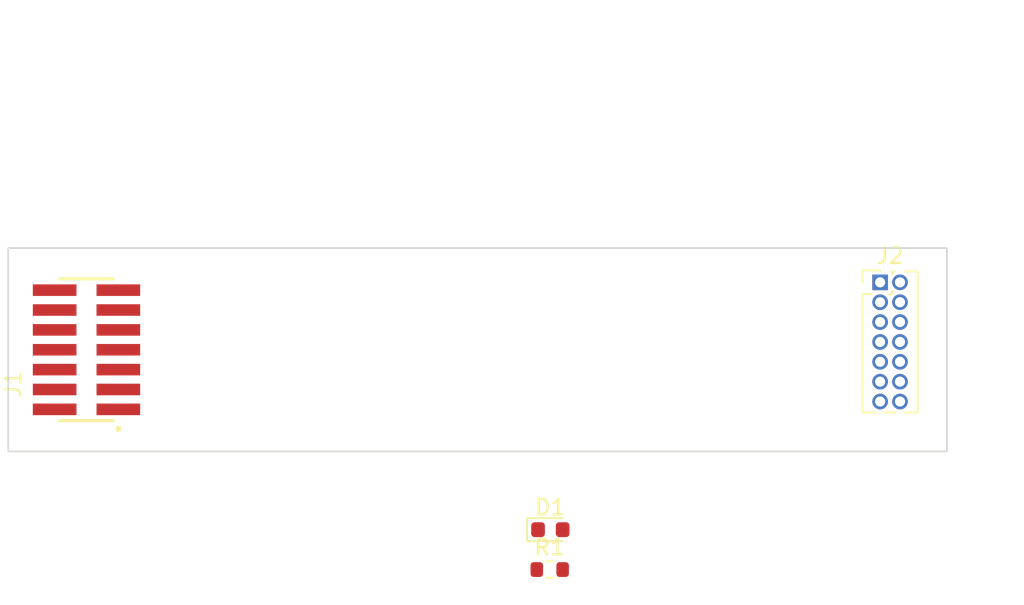
<source format=kicad_pcb>
(kicad_pcb (version 20221018) (generator pcbnew)
  (layers (0 "F.Cu" signal) (31 "B.Cu" signal) (34 "B.Paste" user) (35 "F.Paste" user) (36 "B.SilkS" user "B.Silkscreen") (37 "F.SilkS" user "F.Silkscreen") (38 "B.Mask" user) (39 "F.Mask" user) (44 "Edge.Cuts" user))
  (net 0 "")
  (net 1 "5")
  (net 2 "Net-(D1-A)")
  (net 3 "1")
  (net 4 "Net-(J2-Pin_2)")
  (net 5 "3")
  (net 6 "Net-(J2-Pin_4)")
  (net 7 "Net-(J2-Pin_6)")
  (net 8 "7")
  (net 9 "Net-(J2-Pin_8)")
  (net 10 "9")
  (net 11 "Net-(J2-Pin_10)")
  (net 12 "11")
  (net 13 "Net-(J2-Pin_12)")
  (net 14 "13")
  (net 15 "Net-(J2-Pin_14)")
  (footprint "LED_SMD:LED_0603_1608Metric" (layer "F.Cu") (at 150.15 67.5)
    (fp_text reference "D1" (at 0 -1.43) (layer "F.SilkS"))
    (fp_text value "LED_Small")
    (fp_line (start -1.485 -0.735) (end -1.485 0.735) (stroke (width 0.12)) (layer "F.SilkS"))
    (fp_line (start -1.485 0.735) (end 0.8 0.735) (stroke (width 0.12)) (layer "F.SilkS"))
    (fp_line (start 0.8 -0.735) (end -1.485 -0.735) (stroke (width 0.12)) (layer "F.SilkS"))
    (pad "1" smd roundrect (at -0.7875 0) (size 0.875 0.95) (layers "F.Cu" "F.Paste" "F.Mask") (net 1 "5"))
    (pad "2" smd roundrect (at 0.7875 0) (size 0.875 0.95) (layers "F.Cu" "F.Paste" "F.Mask") (net 2 "Net-(D1-A)"))
  )
  (footprint "TClamps:SAMTEC_FTSH-107-01-L-DV-K-A" (layer "F.Cu") (at 120.5 56 90)
    (fp_text reference "J1" (at -2.201 -4.681 90) (layer "F.SilkS"))
    (fp_text value "FTSH-107-01-L-DV-K-A")
    (fp_line (start -4.53 -1.715) (end -4.53 1.715) (stroke (width 0.2)) (layer "F.SilkS"))
    (fp_line (start 4.53 1.715) (end 4.53 -1.715) (stroke (width 0.2)) (layer "F.SilkS"))
    (fp_circle (center -5.06 2.035) (end -4.96 2.035) (stroke (width 0.2)) (fill none) (layer "F.SilkS"))
    (pad "" np_thru_hole circle (at -3.175 0 90) (size 1.02 1.02) (drill 1.02) (layers "*.Cu" "*.Mask"))
    (pad "" np_thru_hole circle (at 3.175 0 90) (size 1.02 1.02) (drill 1.02) (layers "*.Cu" "*.Mask"))
    (pad "01" smd rect (at -3.81 2.035 90) (size 0.74 2.79) (layers "F.Cu" "F.Paste" "F.Mask") (net 3 "1"))
    (pad "02" smd rect (at -3.81 -2.035 90) (size 0.74 2.79) (layers "F.Cu" "F.Paste" "F.Mask") (net 4 "Net-(J2-Pin_2)"))
    (pad "03" smd rect (at -2.54 2.035 90) (size 0.74 2.79) (layers "F.Cu" "F.Paste" "F.Mask") (net 5 "3"))
    (pad "04" smd rect (at -2.54 -2.035 90) (size 0.74 2.79) (layers "F.Cu" "F.Paste" "F.Mask") (net 6 "Net-(J2-Pin_4)"))
    (pad "05" smd rect (at -1.27 2.035 90) (size 0.74 2.79) (layers "F.Cu" "F.Paste" "F.Mask") (net 1 "5"))
    (pad "06" smd rect (at -1.27 -2.035 90) (size 0.74 2.79) (layers "F.Cu" "F.Paste" "F.Mask") (net 7 "Net-(J2-Pin_6)"))
    (pad "07" smd rect (at 0 2.035 90) (size 0.74 2.79) (layers "F.Cu" "F.Paste" "F.Mask") (net 8 "7"))
    (pad "08" smd rect (at 0 -2.035 90) (size 0.74 2.79) (layers "F.Cu" "F.Paste" "F.Mask") (net 9 "Net-(J2-Pin_8)"))
    (pad "09" smd rect (at 1.27 2.035 90) (size 0.74 2.79) (layers "F.Cu" "F.Paste" "F.Mask") (net 10 "9"))
    (pad "10" smd rect (at 1.27 -2.035 90) (size 0.74 2.79) (layers "F.Cu" "F.Paste" "F.Mask") (net 11 "Net-(J2-Pin_10)"))
    (pad "11" smd rect (at 2.54 2.035 90) (size 0.74 2.79) (layers "F.Cu" "F.Paste" "F.Mask") (net 12 "11"))
    (pad "12" smd rect (at 2.54 -2.035 90) (size 0.74 2.79) (layers "F.Cu" "F.Paste" "F.Mask") (net 13 "Net-(J2-Pin_12)"))
    (pad "13" smd rect (at 3.81 2.035 90) (size 0.74 2.79) (layers "F.Cu" "F.Paste" "F.Mask") (net 14 "13"))
    (pad "14" smd rect (at 3.81 -2.035 90) (size 0.74 2.79) (layers "F.Cu" "F.Paste" "F.Mask") (net 15 "Net-(J2-Pin_14)"))
  )
  (footprint "Connector_PinHeader_1.27mm:PinHeader_2x07_P1.27mm_Vertical" (layer "F.Cu") (at 171.23 51.69)
    (fp_text reference "J2" (at 0.635 -1.695) (layer "F.SilkS"))
    (fp_text value "Conn_02x07_Odd_Even")
    (fp_line (start -1.13 -0.76) (end 0 -0.76) (stroke (width 0.12)) (layer "F.SilkS"))
    (fp_line (start -1.13 0) (end -1.13 -0.76) (stroke (width 0.12)) (layer "F.SilkS"))
    (fp_line (start -1.13 0.76) (end -1.13 8.315) (stroke (width 0.12)) (layer "F.SilkS"))
    (fp_line (start -1.13 0.76) (end -0.563471 0.76) (stroke (width 0.12)) (layer "F.SilkS"))
    (fp_line (start -1.13 8.315) (end -0.30753 8.315) (stroke (width 0.12)) (layer "F.SilkS"))
    (fp_line (start 0.30753 8.315) (end 0.96247 8.315) (stroke (width 0.12)) (layer "F.SilkS"))
    (fp_line (start 0.563471 0.76) (end 0.706529 0.76) (stroke (width 0.12)) (layer "F.SilkS"))
    (fp_line (start 0.76 -0.695) (end 0.96247 -0.695) (stroke (width 0.12)) (layer "F.SilkS"))
    (fp_line (start 0.76 -0.563471) (end 0.76 -0.695) (stroke (width 0.12)) (layer "F.SilkS"))
    (fp_line (start 0.76 0.706529) (end 0.76 0.563471) (stroke (width 0.12)) (layer "F.SilkS"))
    (fp_line (start 1.57753 -0.695) (end 2.4 -0.695) (stroke (width 0.12)) (layer "F.SilkS"))
    (fp_line (start 1.57753 8.315) (end 2.4 8.315) (stroke (width 0.12)) (layer "F.SilkS"))
    (fp_line (start 2.4 -0.695) (end 2.4 8.315) (stroke (width 0.12)) (layer "F.SilkS"))
    (pad "1" thru_hole rect (at 0 0) (size 1 1) (drill 0.65) (layers "*.Cu" "*.Mask") (net 3 "1"))
    (pad "2" thru_hole oval (at 1.27 0) (size 1 1) (drill 0.65) (layers "*.Cu" "*.Mask") (net 4 "Net-(J2-Pin_2)"))
    (pad "3" thru_hole oval (at 0 1.27) (size 1 1) (drill 0.65) (layers "*.Cu" "*.Mask") (net 5 "3"))
    (pad "4" thru_hole oval (at 1.27 1.27) (size 1 1) (drill 0.65) (layers "*.Cu" "*.Mask") (net 6 "Net-(J2-Pin_4)"))
    (pad "5" thru_hole oval (at 0 2.54) (size 1 1) (drill 0.65) (layers "*.Cu" "*.Mask") (net 1 "5"))
    (pad "6" thru_hole oval (at 1.27 2.54) (size 1 1) (drill 0.65) (layers "*.Cu" "*.Mask") (net 7 "Net-(J2-Pin_6)"))
    (pad "7" thru_hole oval (at 0 3.81) (size 1 1) (drill 0.65) (layers "*.Cu" "*.Mask") (net 8 "7"))
    (pad "8" thru_hole oval (at 1.27 3.81) (size 1 1) (drill 0.65) (layers "*.Cu" "*.Mask") (net 9 "Net-(J2-Pin_8)"))
    (pad "9" thru_hole oval (at 0 5.08) (size 1 1) (drill 0.65) (layers "*.Cu" "*.Mask") (net 10 "9"))
    (pad "10" thru_hole oval (at 1.27 5.08) (size 1 1) (drill 0.65) (layers "*.Cu" "*.Mask") (net 11 "Net-(J2-Pin_10)"))
    (pad "11" thru_hole oval (at 0 6.35) (size 1 1) (drill 0.65) (layers "*.Cu" "*.Mask") (net 12 "11"))
    (pad "12" thru_hole oval (at 1.27 6.35) (size 1 1) (drill 0.65) (layers "*.Cu" "*.Mask") (net 13 "Net-(J2-Pin_12)"))
    (pad "13" thru_hole oval (at 0 7.62) (size 1 1) (drill 0.65) (layers "*.Cu" "*.Mask") (net 14 "13"))
    (pad "14" thru_hole oval (at 1.27 7.62) (size 1 1) (drill 0.65) (layers "*.Cu" "*.Mask") (net 15 "Net-(J2-Pin_14)"))
  )
  (footprint "Resistor_SMD:R_0603_1608Metric" (layer "F.Cu") (at 150.11 70.05)
    (fp_text reference "R1" (at 0 -1.43) (layer "F.SilkS"))
    (fp_text value "330")
    (fp_line (start -0.237258 -0.5225) (end 0.237258 -0.5225) (stroke (width 0.12)) (layer "F.SilkS"))
    (fp_line (start -0.237258 0.5225) (end 0.237258 0.5225) (stroke (width 0.12)) (layer "F.SilkS"))
    (pad "1" smd roundrect (at -0.825 0) (size 0.8 0.95) (layers "F.Cu" "F.Paste" "F.Mask") (net 5 "3"))
    (pad "2" smd roundrect (at 0.825 0) (size 0.8 0.95) (layers "F.Cu" "F.Paste" "F.Mask") (net 2 "Net-(D1-A)"))
  )
  (gr_rect (start 115.5 49.5) (end 175.5 62.5) (stroke (width 0.1)) (fill none) (layer "Edge.Cuts"))
)
</source>
